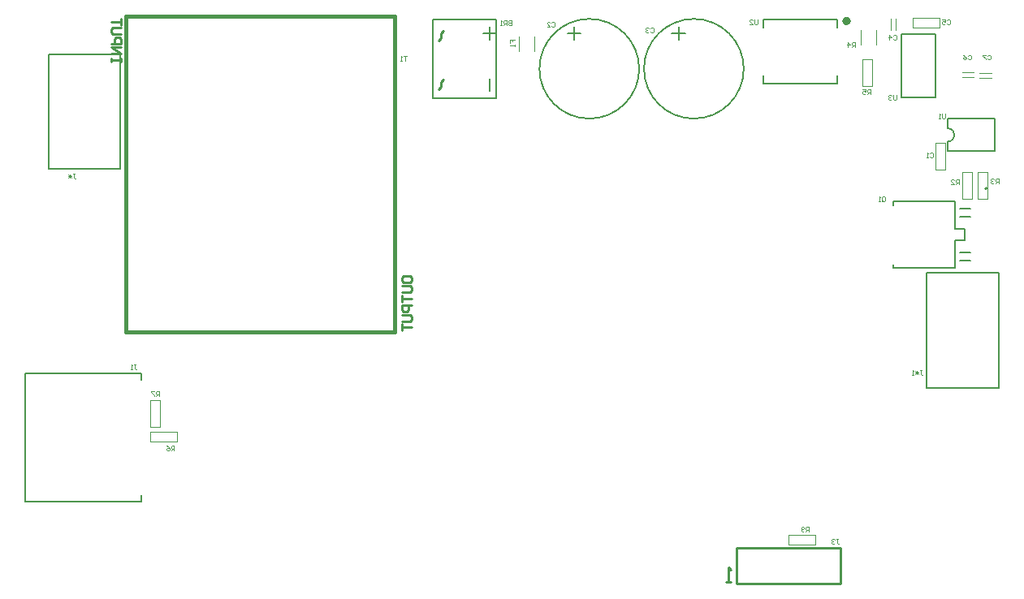
<source format=gbo>
G04*
G04 #@! TF.GenerationSoftware,Altium Limited,Altium Designer,23.5.1 (21)*
G04*
G04 Layer_Color=32896*
%FSLAX25Y25*%
%MOIN*%
G70*
G04*
G04 #@! TF.SameCoordinates,AFD14176-74B1-4AA8-BEBF-F55300C3C1FD*
G04*
G04*
G04 #@! TF.FilePolarity,Positive*
G04*
G01*
G75*
%ADD10C,0.00787*%
%ADD11C,0.01968*%
%ADD12C,0.00984*%
%ADD13C,0.00394*%
%ADD14C,0.00600*%
%ADD41C,0.01000*%
%ADD69C,0.01575*%
D10*
X765354Y576493D02*
G03*
X765354Y581775I0J2641D01*
G01*
X781352Y557134D02*
G03*
X781352Y557134I-394J0D01*
G01*
X638583Y606299D02*
G03*
X638583Y606299I-20472J0D01*
G01*
X681496D02*
G03*
X681496Y606299I-20472J0D01*
G01*
X434252Y478504D02*
Y481260D01*
X386614D02*
X434252D01*
X386614Y428504D02*
Y481260D01*
Y428504D02*
X434252D01*
Y431260D01*
X765354Y581775D02*
Y585827D01*
Y572441D02*
Y576493D01*
Y585827D02*
X784646D01*
Y572441D02*
Y585827D01*
X765354Y572441D02*
X784646D01*
X756693Y475197D02*
Y522441D01*
Y475197D02*
X773622D01*
X786221D01*
Y522441D01*
X756693D02*
X786221D01*
X746063Y594488D02*
Y610630D01*
Y594488D02*
X760236D01*
Y620472D01*
X746063D02*
X760236D01*
X746063Y610630D02*
Y620472D01*
X609055Y620866D02*
X614567D01*
X611811Y618110D02*
Y623622D01*
X651968Y620866D02*
X657480D01*
X654724Y618110D02*
Y623622D01*
X574606Y620866D02*
X579724D01*
X577165Y618307D02*
Y623425D01*
Y597244D02*
Y602362D01*
X553937Y594095D02*
X579921D01*
X553937D02*
Y626378D01*
X579921D01*
Y594095D02*
Y626378D01*
X425591Y565118D02*
Y612362D01*
X408661D02*
X425591D01*
X396063D02*
X408661D01*
X396063Y565118D02*
Y612362D01*
Y565118D02*
X425591D01*
D11*
X724512Y625886D02*
G03*
X724512Y625886I-787J0D01*
G01*
D12*
X678543Y394882D02*
X721063D01*
Y409449D01*
X678543D02*
X721063D01*
X678543Y394882D02*
Y409449D01*
D13*
X437795Y457087D02*
X448819D01*
X437795Y453150D02*
Y457087D01*
Y453150D02*
X448819D01*
Y457087D01*
X441732Y459055D02*
Y470079D01*
X437795D02*
X441732D01*
X437795Y459055D02*
Y470079D01*
Y459055D02*
X441732D01*
X761811Y623228D02*
Y627165D01*
X750787Y623228D02*
X761811D01*
X750787D02*
Y627165D01*
X761811D01*
X771260Y602756D02*
X775984D01*
X771260Y604724D02*
X775984D01*
X778346Y602559D02*
X783071D01*
X778346Y604528D02*
X783071D01*
X760236Y575984D02*
X764173D01*
Y564961D02*
Y575984D01*
X760236Y564961D02*
X764173D01*
X760236D02*
Y575984D01*
X700000Y411024D02*
X711024D01*
Y414961D01*
X700000D02*
X711024D01*
X700000Y411024D02*
Y414961D01*
X771260Y563779D02*
X775197D01*
Y552756D02*
Y563779D01*
X771260Y552756D02*
X775197D01*
X771260D02*
Y563779D01*
X777559D02*
X781496D01*
Y552756D02*
Y563779D01*
X777559Y552756D02*
X781496D01*
X777559D02*
Y563779D01*
X743898Y622047D02*
Y626772D01*
X741929Y622047D02*
Y626772D01*
X729528Y616339D02*
Y622244D01*
X735827Y616339D02*
Y622244D01*
X730315Y599213D02*
Y610237D01*
Y599213D02*
X734252D01*
Y610237D01*
X730315D02*
X734252D01*
X595669Y613386D02*
Y619685D01*
X589370Y613386D02*
Y619685D01*
X719619Y413189D02*
X720275D01*
X719947D01*
Y411549D01*
X720275Y411221D01*
X720603D01*
X720931Y411549D01*
X718963Y412861D02*
X718635Y413189D01*
X717979D01*
X717652Y412861D01*
Y412533D01*
X717979Y412205D01*
X718307D01*
X717979D01*
X717652Y411877D01*
Y411549D01*
X717979Y411221D01*
X718635D01*
X718963Y411549D01*
X744160Y595472D02*
Y593832D01*
X743832Y593504D01*
X743176D01*
X742848Y593832D01*
Y595472D01*
X742192Y595144D02*
X741864Y595472D01*
X741208D01*
X740880Y595144D01*
Y594816D01*
X741208Y594488D01*
X741536D01*
X741208D01*
X740880Y594160D01*
Y593832D01*
X741208Y593504D01*
X741864D01*
X742192Y593832D01*
X687073Y626575D02*
Y624935D01*
X686745Y624607D01*
X686089D01*
X685761Y624935D01*
Y626575D01*
X683793Y624607D02*
X685105D01*
X683793Y625918D01*
Y626247D01*
X684121Y626575D01*
X684777D01*
X685105Y626247D01*
X764304Y587992D02*
Y586352D01*
X763976Y586024D01*
X763320D01*
X762992Y586352D01*
Y587992D01*
X762336Y586024D02*
X761680D01*
X762008D01*
Y587992D01*
X762336Y587664D01*
X543044Y611614D02*
X541732D01*
X542388D01*
Y609646D01*
X541076D02*
X540420D01*
X540748D01*
Y611614D01*
X541076Y611286D01*
X708333Y416339D02*
Y418307D01*
X707349D01*
X707021Y417979D01*
Y417323D01*
X707349Y416995D01*
X708333D01*
X707677D02*
X707021Y416339D01*
X706365Y416667D02*
X706037Y416339D01*
X705381D01*
X705053Y416667D01*
Y417979D01*
X705381Y418307D01*
X706037D01*
X706365Y417979D01*
Y417651D01*
X706037Y417323D01*
X705053D01*
X441404Y471851D02*
Y473819D01*
X440420D01*
X440092Y473491D01*
Y472835D01*
X440420Y472507D01*
X441404D01*
X440748D02*
X440092Y471851D01*
X439436Y473819D02*
X438124D01*
Y473491D01*
X439436Y472179D01*
Y471851D01*
X447703Y449410D02*
Y451378D01*
X446719D01*
X446391Y451050D01*
Y450394D01*
X446719Y450066D01*
X447703D01*
X447047D02*
X446391Y449410D01*
X444423Y451378D02*
X445079Y451050D01*
X445735Y450394D01*
Y449738D01*
X445407Y449410D01*
X444751D01*
X444423Y449738D01*
Y450066D01*
X444751Y450394D01*
X445735D01*
X733530Y595866D02*
Y597834D01*
X732546D01*
X732218Y597506D01*
Y596850D01*
X732546Y596522D01*
X733530D01*
X732874D02*
X732218Y595866D01*
X730250Y597834D02*
X731562D01*
Y596850D01*
X730906Y597178D01*
X730578D01*
X730250Y596850D01*
Y596194D01*
X730578Y595866D01*
X731234D01*
X731562Y596194D01*
X727230Y615158D02*
Y617126D01*
X726247D01*
X725918Y616798D01*
Y616142D01*
X726247Y615814D01*
X727230D01*
X726575D02*
X725918Y615158D01*
X724279D02*
Y617126D01*
X725263Y616142D01*
X723951D01*
X786285Y559252D02*
Y561220D01*
X785302D01*
X784974Y560892D01*
Y560236D01*
X785302Y559908D01*
X786285D01*
X785630D02*
X784974Y559252D01*
X784318Y560892D02*
X783990Y561220D01*
X783334D01*
X783006Y560892D01*
Y560564D01*
X783334Y560236D01*
X783662D01*
X783334D01*
X783006Y559908D01*
Y559580D01*
X783334Y559252D01*
X783990D01*
X784318Y559580D01*
X769750Y558859D02*
Y560826D01*
X768766D01*
X768438Y560499D01*
Y559842D01*
X768766Y559515D01*
X769750D01*
X769094D02*
X768438Y558859D01*
X766470D02*
X767782D01*
X766470Y560171D01*
Y560499D01*
X766798Y560826D01*
X767454D01*
X767782Y560499D01*
X738189Y552100D02*
Y553412D01*
X738517Y553740D01*
X739173D01*
X739501Y553412D01*
Y552100D01*
X739173Y551772D01*
X738517D01*
X738845Y552428D02*
X738189Y551772D01*
X738517D02*
X738189Y552100D01*
X737533Y551772D02*
X736877D01*
X737205D01*
Y553740D01*
X737533Y553412D01*
X406234Y563189D02*
X406889D01*
X406562D01*
Y561549D01*
X406889Y561221D01*
X407217D01*
X407545Y561549D01*
X405578Y562861D02*
X404266Y561549D01*
X405578D02*
X404266Y562861D01*
X405578Y562205D02*
X404266D01*
X404922Y561549D02*
Y562861D01*
X753740Y482480D02*
X754396D01*
X754068D01*
Y480840D01*
X754396Y480512D01*
X754724D01*
X755052Y480840D01*
X753084Y482152D02*
X751772Y480840D01*
X753084D02*
X751772Y482152D01*
X753084Y481496D02*
X751772D01*
X752428Y480840D02*
Y482152D01*
X751116Y480512D02*
X750460D01*
X750788D01*
Y482480D01*
X751116Y482152D01*
X431102Y484842D02*
X431758D01*
X431430D01*
Y483202D01*
X431758Y482874D01*
X432086D01*
X432414Y483202D01*
X430446Y482874D02*
X429790D01*
X430118D01*
Y484842D01*
X430446Y484514D01*
X585630Y616929D02*
Y618241D01*
X586614D01*
Y617585D01*
Y618241D01*
X587598D01*
Y616273D02*
Y615617D01*
Y615945D01*
X585630D01*
X585958Y616273D01*
X781430Y611680D02*
X781758Y612008D01*
X782414D01*
X782742Y611680D01*
Y610368D01*
X782414Y610040D01*
X781758D01*
X781430Y610368D01*
X780774Y612008D02*
X779462D01*
Y611680D01*
X780774Y610368D01*
Y610040D01*
X773556Y611680D02*
X773884Y612008D01*
X774540D01*
X774868Y611680D01*
Y610368D01*
X774540Y610040D01*
X773884D01*
X773556Y610368D01*
X771589Y612008D02*
X772244Y611680D01*
X772900Y611024D01*
Y610368D01*
X772572Y610040D01*
X771916D01*
X771589Y610368D01*
Y610696D01*
X771916Y611024D01*
X772900D01*
X764895Y626247D02*
X765223Y626575D01*
X765879D01*
X766207Y626247D01*
Y624935D01*
X765879Y624607D01*
X765223D01*
X764895Y624935D01*
X762927Y626575D02*
X764239D01*
Y625591D01*
X763583Y625918D01*
X763255D01*
X762927Y625591D01*
Y624935D01*
X763255Y624607D01*
X763911D01*
X764239Y624935D01*
X742848Y619947D02*
X743176Y620275D01*
X743832D01*
X744160Y619947D01*
Y618635D01*
X743832Y618307D01*
X743176D01*
X742848Y618635D01*
X741208Y618307D02*
Y620275D01*
X742192Y619291D01*
X740880D01*
X643241Y622703D02*
X643569Y623031D01*
X644225D01*
X644553Y622703D01*
Y621391D01*
X644225Y621063D01*
X643569D01*
X643241Y621391D01*
X642585Y622703D02*
X642257Y623031D01*
X641602D01*
X641273Y622703D01*
Y622375D01*
X641602Y622047D01*
X641929D01*
X641602D01*
X641273Y621719D01*
Y621391D01*
X641602Y621063D01*
X642257D01*
X642585Y621391D01*
X602690Y625065D02*
X603018Y625393D01*
X603674D01*
X604002Y625065D01*
Y623753D01*
X603674Y623425D01*
X603018D01*
X602690Y623753D01*
X600722Y623425D02*
X602034D01*
X600722Y624737D01*
Y625065D01*
X601050Y625393D01*
X601706D01*
X602034Y625065D01*
X757874Y571522D02*
X758202Y571850D01*
X758858D01*
X759186Y571522D01*
Y570210D01*
X758858Y569882D01*
X758202D01*
X757874Y570210D01*
X757218Y569882D02*
X756562D01*
X756890D01*
Y571850D01*
X757218Y571522D01*
X586154Y626181D02*
Y624213D01*
X585170D01*
X584842Y624541D01*
Y624869D01*
X585170Y625197D01*
X586154D01*
X585170D01*
X584842Y625525D01*
Y625853D01*
X585170Y626181D01*
X586154D01*
X584186Y624213D02*
Y626181D01*
X583202D01*
X582874Y625853D01*
Y625197D01*
X583202Y624869D01*
X584186D01*
X583530D02*
X582874Y624213D01*
X582218D02*
X581562D01*
X581890D01*
Y626181D01*
X582218Y625853D01*
D14*
X742709Y550294D02*
Y551884D01*
X768209D01*
X742709Y524384D02*
Y525974D01*
Y524384D02*
X768209D01*
Y535884D01*
X772209D01*
Y540384D01*
X768209D02*
X772209D01*
X768209D02*
Y551884D01*
X770109Y527384D02*
X774409D01*
X770109Y545384D02*
X774409D01*
X770109Y530884D02*
X774409D01*
X770109Y548884D02*
X774409D01*
X689474Y600286D02*
X719974D01*
X689474D02*
Y603526D01*
Y626486D02*
X719974D01*
Y623246D02*
Y626486D01*
Y600286D02*
Y603526D01*
X689474Y623246D02*
Y626486D01*
D41*
X676362Y395488D02*
X674363D01*
X675363D01*
Y401486D01*
X676362Y400487D01*
X425802Y609268D02*
Y610580D01*
Y609924D01*
X421866D01*
Y609268D01*
Y610580D01*
Y612547D02*
X425802D01*
X421866Y615171D01*
X425802D01*
X421866Y616483D02*
X425802D01*
Y618451D01*
X425146Y619107D01*
X423834D01*
X423178Y618451D01*
Y616483D01*
X425802Y620419D02*
X422522D01*
X421866Y621075D01*
Y622387D01*
X422522Y623043D01*
X425802D01*
Y624355D02*
Y626978D01*
Y625667D01*
X421866D01*
X556118Y617929D02*
X557118Y618929D01*
Y620928D01*
X558117Y621928D01*
X556118Y597850D02*
X557118Y598850D01*
Y600849D01*
X558117Y601849D01*
X541127Y519079D02*
Y520391D01*
X541783Y521047D01*
X544407D01*
X545063Y520391D01*
Y519079D01*
X544407Y518423D01*
X541783D01*
X541127Y519079D01*
Y517111D02*
X544407D01*
X545063Y516456D01*
Y515144D01*
X544407Y514488D01*
X541127D01*
Y513176D02*
Y510552D01*
Y511864D01*
X545063D01*
Y509240D02*
X541127D01*
Y507272D01*
X541783Y506616D01*
X543095D01*
X543751Y507272D01*
Y509240D01*
X541127Y505304D02*
X544407D01*
X545063Y504648D01*
Y503336D01*
X544407Y502680D01*
X541127D01*
Y501369D02*
Y498745D01*
Y500057D01*
X545063D01*
D69*
X427953Y627953D02*
X538189D01*
Y498032D02*
Y627953D01*
X427953Y498032D02*
X538189D01*
X427953D02*
Y627953D01*
M02*

</source>
